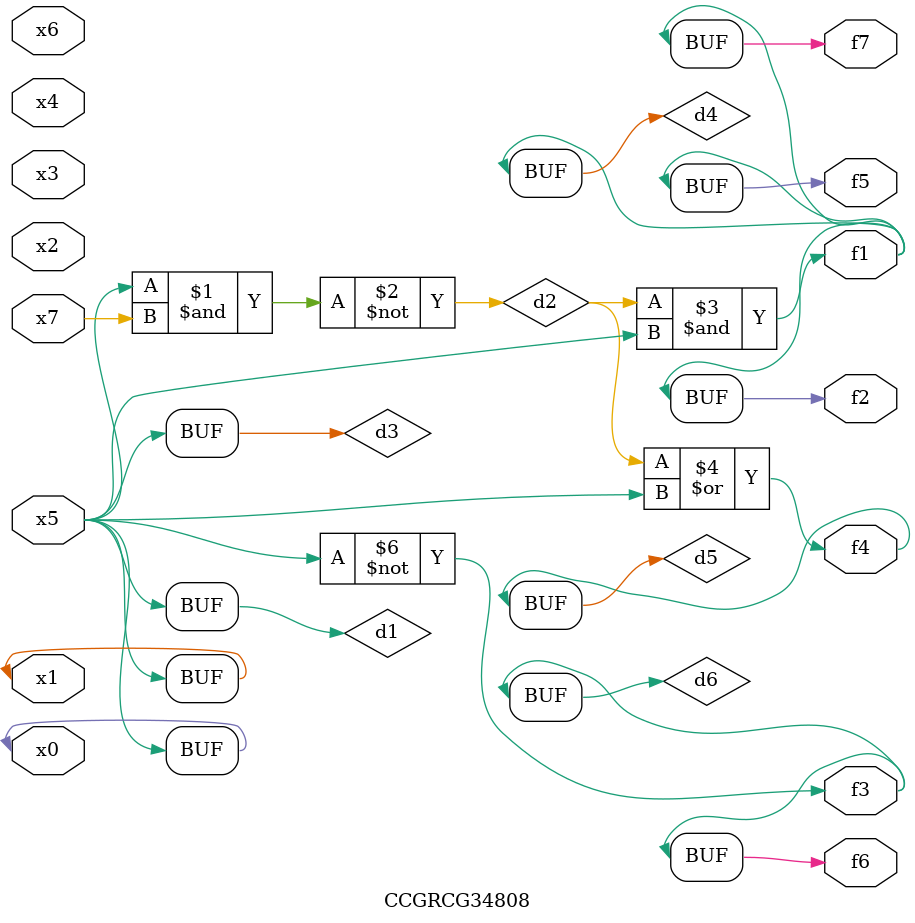
<source format=v>
module CCGRCG34808(
	input x0, x1, x2, x3, x4, x5, x6, x7,
	output f1, f2, f3, f4, f5, f6, f7
);

	wire d1, d2, d3, d4, d5, d6;

	buf (d1, x0, x5);
	nand (d2, x5, x7);
	buf (d3, x0, x1);
	and (d4, d2, d3);
	or (d5, d2, d3);
	nor (d6, d1, d3);
	assign f1 = d4;
	assign f2 = d4;
	assign f3 = d6;
	assign f4 = d5;
	assign f5 = d4;
	assign f6 = d6;
	assign f7 = d4;
endmodule

</source>
